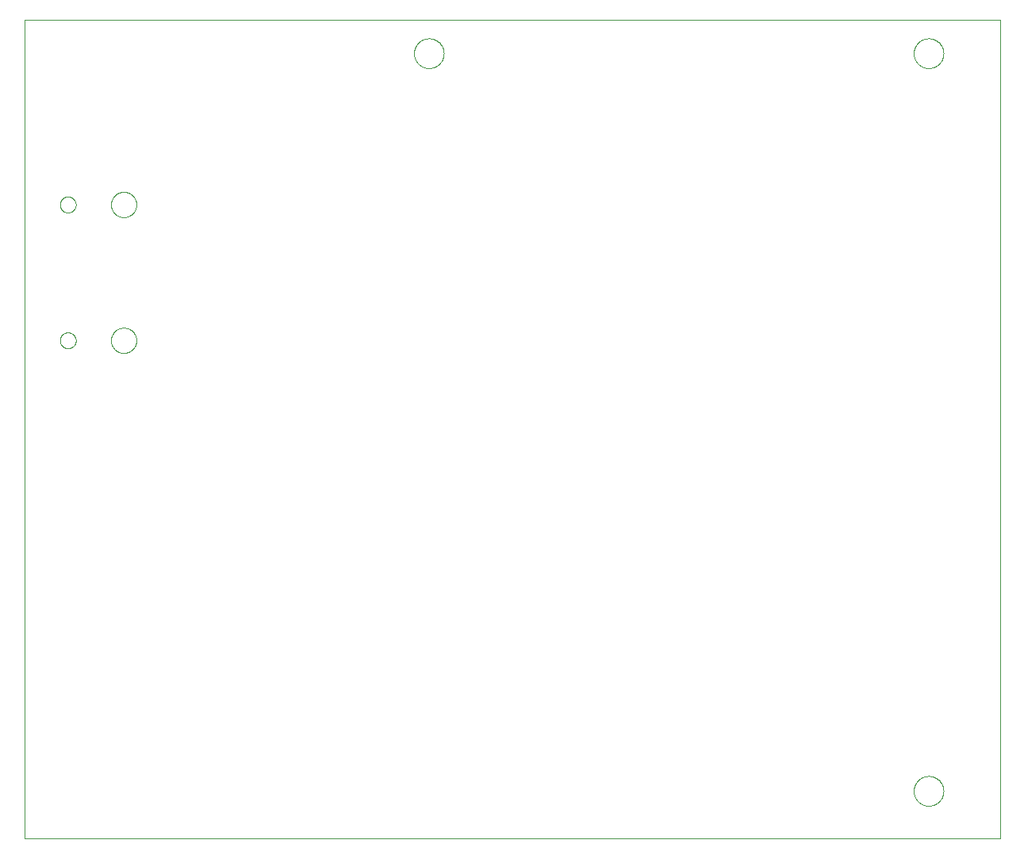
<source format=gko>
G75*
%MOIN*%
%OFA0B0*%
%FSLAX25Y25*%
%IPPOS*%
%LPD*%
%AMOC8*
5,1,8,0,0,1.08239X$1,22.5*
%
%ADD10C,0.00000*%
D10*
X0001500Y0017369D02*
X0001500Y0361369D01*
X0411500Y0361369D01*
X0411500Y0017369D01*
X0001500Y0017369D01*
X0016422Y0226699D02*
X0016424Y0226814D01*
X0016430Y0226930D01*
X0016440Y0227045D01*
X0016454Y0227160D01*
X0016472Y0227274D01*
X0016494Y0227387D01*
X0016519Y0227500D01*
X0016549Y0227611D01*
X0016582Y0227722D01*
X0016619Y0227831D01*
X0016660Y0227939D01*
X0016705Y0228046D01*
X0016753Y0228151D01*
X0016805Y0228254D01*
X0016861Y0228355D01*
X0016920Y0228455D01*
X0016982Y0228552D01*
X0017048Y0228647D01*
X0017116Y0228740D01*
X0017188Y0228830D01*
X0017263Y0228918D01*
X0017342Y0229003D01*
X0017423Y0229085D01*
X0017506Y0229165D01*
X0017593Y0229241D01*
X0017682Y0229315D01*
X0017773Y0229385D01*
X0017867Y0229453D01*
X0017963Y0229517D01*
X0018062Y0229577D01*
X0018162Y0229634D01*
X0018264Y0229688D01*
X0018368Y0229738D01*
X0018474Y0229785D01*
X0018581Y0229828D01*
X0018690Y0229867D01*
X0018800Y0229902D01*
X0018911Y0229933D01*
X0019023Y0229961D01*
X0019136Y0229985D01*
X0019250Y0230005D01*
X0019365Y0230021D01*
X0019480Y0230033D01*
X0019595Y0230041D01*
X0019710Y0230045D01*
X0019826Y0230045D01*
X0019941Y0230041D01*
X0020056Y0230033D01*
X0020171Y0230021D01*
X0020286Y0230005D01*
X0020400Y0229985D01*
X0020513Y0229961D01*
X0020625Y0229933D01*
X0020736Y0229902D01*
X0020846Y0229867D01*
X0020955Y0229828D01*
X0021062Y0229785D01*
X0021168Y0229738D01*
X0021272Y0229688D01*
X0021374Y0229634D01*
X0021474Y0229577D01*
X0021573Y0229517D01*
X0021669Y0229453D01*
X0021763Y0229385D01*
X0021854Y0229315D01*
X0021943Y0229241D01*
X0022030Y0229165D01*
X0022113Y0229085D01*
X0022194Y0229003D01*
X0022273Y0228918D01*
X0022348Y0228830D01*
X0022420Y0228740D01*
X0022488Y0228647D01*
X0022554Y0228552D01*
X0022616Y0228455D01*
X0022675Y0228355D01*
X0022731Y0228254D01*
X0022783Y0228151D01*
X0022831Y0228046D01*
X0022876Y0227939D01*
X0022917Y0227831D01*
X0022954Y0227722D01*
X0022987Y0227611D01*
X0023017Y0227500D01*
X0023042Y0227387D01*
X0023064Y0227274D01*
X0023082Y0227160D01*
X0023096Y0227045D01*
X0023106Y0226930D01*
X0023112Y0226814D01*
X0023114Y0226699D01*
X0023112Y0226584D01*
X0023106Y0226468D01*
X0023096Y0226353D01*
X0023082Y0226238D01*
X0023064Y0226124D01*
X0023042Y0226011D01*
X0023017Y0225898D01*
X0022987Y0225787D01*
X0022954Y0225676D01*
X0022917Y0225567D01*
X0022876Y0225459D01*
X0022831Y0225352D01*
X0022783Y0225247D01*
X0022731Y0225144D01*
X0022675Y0225043D01*
X0022616Y0224943D01*
X0022554Y0224846D01*
X0022488Y0224751D01*
X0022420Y0224658D01*
X0022348Y0224568D01*
X0022273Y0224480D01*
X0022194Y0224395D01*
X0022113Y0224313D01*
X0022030Y0224233D01*
X0021943Y0224157D01*
X0021854Y0224083D01*
X0021763Y0224013D01*
X0021669Y0223945D01*
X0021573Y0223881D01*
X0021474Y0223821D01*
X0021374Y0223764D01*
X0021272Y0223710D01*
X0021168Y0223660D01*
X0021062Y0223613D01*
X0020955Y0223570D01*
X0020846Y0223531D01*
X0020736Y0223496D01*
X0020625Y0223465D01*
X0020513Y0223437D01*
X0020400Y0223413D01*
X0020286Y0223393D01*
X0020171Y0223377D01*
X0020056Y0223365D01*
X0019941Y0223357D01*
X0019826Y0223353D01*
X0019710Y0223353D01*
X0019595Y0223357D01*
X0019480Y0223365D01*
X0019365Y0223377D01*
X0019250Y0223393D01*
X0019136Y0223413D01*
X0019023Y0223437D01*
X0018911Y0223465D01*
X0018800Y0223496D01*
X0018690Y0223531D01*
X0018581Y0223570D01*
X0018474Y0223613D01*
X0018368Y0223660D01*
X0018264Y0223710D01*
X0018162Y0223764D01*
X0018062Y0223821D01*
X0017963Y0223881D01*
X0017867Y0223945D01*
X0017773Y0224013D01*
X0017682Y0224083D01*
X0017593Y0224157D01*
X0017506Y0224233D01*
X0017423Y0224313D01*
X0017342Y0224395D01*
X0017263Y0224480D01*
X0017188Y0224568D01*
X0017116Y0224658D01*
X0017048Y0224751D01*
X0016982Y0224846D01*
X0016920Y0224943D01*
X0016861Y0225043D01*
X0016805Y0225144D01*
X0016753Y0225247D01*
X0016705Y0225352D01*
X0016660Y0225459D01*
X0016619Y0225567D01*
X0016582Y0225676D01*
X0016549Y0225787D01*
X0016519Y0225898D01*
X0016494Y0226011D01*
X0016472Y0226124D01*
X0016454Y0226238D01*
X0016440Y0226353D01*
X0016430Y0226468D01*
X0016424Y0226584D01*
X0016422Y0226699D01*
X0037917Y0226699D02*
X0037919Y0226844D01*
X0037925Y0226989D01*
X0037935Y0227134D01*
X0037949Y0227279D01*
X0037967Y0227423D01*
X0037988Y0227566D01*
X0038014Y0227709D01*
X0038043Y0227851D01*
X0038077Y0227993D01*
X0038114Y0228133D01*
X0038155Y0228272D01*
X0038200Y0228410D01*
X0038249Y0228547D01*
X0038301Y0228683D01*
X0038357Y0228817D01*
X0038417Y0228949D01*
X0038480Y0229080D01*
X0038547Y0229208D01*
X0038617Y0229336D01*
X0038691Y0229461D01*
X0038768Y0229584D01*
X0038848Y0229704D01*
X0038932Y0229823D01*
X0039019Y0229939D01*
X0039109Y0230053D01*
X0039202Y0230165D01*
X0039298Y0230273D01*
X0039398Y0230379D01*
X0039499Y0230483D01*
X0039604Y0230583D01*
X0039712Y0230681D01*
X0039822Y0230776D01*
X0039934Y0230867D01*
X0040049Y0230956D01*
X0040167Y0231041D01*
X0040287Y0231123D01*
X0040409Y0231202D01*
X0040533Y0231278D01*
X0040659Y0231350D01*
X0040787Y0231418D01*
X0040917Y0231483D01*
X0041048Y0231545D01*
X0041181Y0231602D01*
X0041316Y0231657D01*
X0041452Y0231707D01*
X0041590Y0231754D01*
X0041728Y0231797D01*
X0041868Y0231836D01*
X0042009Y0231871D01*
X0042151Y0231903D01*
X0042293Y0231930D01*
X0042436Y0231954D01*
X0042580Y0231974D01*
X0042725Y0231990D01*
X0042869Y0232002D01*
X0043014Y0232010D01*
X0043159Y0232014D01*
X0043305Y0232014D01*
X0043450Y0232010D01*
X0043595Y0232002D01*
X0043739Y0231990D01*
X0043884Y0231974D01*
X0044028Y0231954D01*
X0044171Y0231930D01*
X0044313Y0231903D01*
X0044455Y0231871D01*
X0044596Y0231836D01*
X0044736Y0231797D01*
X0044874Y0231754D01*
X0045012Y0231707D01*
X0045148Y0231657D01*
X0045283Y0231602D01*
X0045416Y0231545D01*
X0045547Y0231483D01*
X0045677Y0231418D01*
X0045805Y0231350D01*
X0045931Y0231278D01*
X0046055Y0231202D01*
X0046177Y0231123D01*
X0046297Y0231041D01*
X0046415Y0230956D01*
X0046530Y0230867D01*
X0046642Y0230776D01*
X0046752Y0230681D01*
X0046860Y0230583D01*
X0046965Y0230483D01*
X0047066Y0230379D01*
X0047166Y0230273D01*
X0047262Y0230165D01*
X0047355Y0230053D01*
X0047445Y0229939D01*
X0047532Y0229823D01*
X0047616Y0229704D01*
X0047696Y0229584D01*
X0047773Y0229461D01*
X0047847Y0229336D01*
X0047917Y0229208D01*
X0047984Y0229080D01*
X0048047Y0228949D01*
X0048107Y0228817D01*
X0048163Y0228683D01*
X0048215Y0228547D01*
X0048264Y0228410D01*
X0048309Y0228272D01*
X0048350Y0228133D01*
X0048387Y0227993D01*
X0048421Y0227851D01*
X0048450Y0227709D01*
X0048476Y0227566D01*
X0048497Y0227423D01*
X0048515Y0227279D01*
X0048529Y0227134D01*
X0048539Y0226989D01*
X0048545Y0226844D01*
X0048547Y0226699D01*
X0048545Y0226554D01*
X0048539Y0226409D01*
X0048529Y0226264D01*
X0048515Y0226119D01*
X0048497Y0225975D01*
X0048476Y0225832D01*
X0048450Y0225689D01*
X0048421Y0225547D01*
X0048387Y0225405D01*
X0048350Y0225265D01*
X0048309Y0225126D01*
X0048264Y0224988D01*
X0048215Y0224851D01*
X0048163Y0224715D01*
X0048107Y0224581D01*
X0048047Y0224449D01*
X0047984Y0224318D01*
X0047917Y0224190D01*
X0047847Y0224062D01*
X0047773Y0223937D01*
X0047696Y0223814D01*
X0047616Y0223694D01*
X0047532Y0223575D01*
X0047445Y0223459D01*
X0047355Y0223345D01*
X0047262Y0223233D01*
X0047166Y0223125D01*
X0047066Y0223019D01*
X0046965Y0222915D01*
X0046860Y0222815D01*
X0046752Y0222717D01*
X0046642Y0222622D01*
X0046530Y0222531D01*
X0046415Y0222442D01*
X0046297Y0222357D01*
X0046177Y0222275D01*
X0046055Y0222196D01*
X0045931Y0222120D01*
X0045805Y0222048D01*
X0045677Y0221980D01*
X0045547Y0221915D01*
X0045416Y0221853D01*
X0045283Y0221796D01*
X0045148Y0221741D01*
X0045012Y0221691D01*
X0044874Y0221644D01*
X0044736Y0221601D01*
X0044596Y0221562D01*
X0044455Y0221527D01*
X0044313Y0221495D01*
X0044171Y0221468D01*
X0044028Y0221444D01*
X0043884Y0221424D01*
X0043739Y0221408D01*
X0043595Y0221396D01*
X0043450Y0221388D01*
X0043305Y0221384D01*
X0043159Y0221384D01*
X0043014Y0221388D01*
X0042869Y0221396D01*
X0042725Y0221408D01*
X0042580Y0221424D01*
X0042436Y0221444D01*
X0042293Y0221468D01*
X0042151Y0221495D01*
X0042009Y0221527D01*
X0041868Y0221562D01*
X0041728Y0221601D01*
X0041590Y0221644D01*
X0041452Y0221691D01*
X0041316Y0221741D01*
X0041181Y0221796D01*
X0041048Y0221853D01*
X0040917Y0221915D01*
X0040787Y0221980D01*
X0040659Y0222048D01*
X0040533Y0222120D01*
X0040409Y0222196D01*
X0040287Y0222275D01*
X0040167Y0222357D01*
X0040049Y0222442D01*
X0039934Y0222531D01*
X0039822Y0222622D01*
X0039712Y0222717D01*
X0039604Y0222815D01*
X0039499Y0222915D01*
X0039398Y0223019D01*
X0039298Y0223125D01*
X0039202Y0223233D01*
X0039109Y0223345D01*
X0039019Y0223459D01*
X0038932Y0223575D01*
X0038848Y0223694D01*
X0038768Y0223814D01*
X0038691Y0223937D01*
X0038617Y0224062D01*
X0038547Y0224190D01*
X0038480Y0224318D01*
X0038417Y0224449D01*
X0038357Y0224581D01*
X0038301Y0224715D01*
X0038249Y0224851D01*
X0038200Y0224988D01*
X0038155Y0225126D01*
X0038114Y0225265D01*
X0038077Y0225405D01*
X0038043Y0225547D01*
X0038014Y0225689D01*
X0037988Y0225832D01*
X0037967Y0225975D01*
X0037949Y0226119D01*
X0037935Y0226264D01*
X0037925Y0226409D01*
X0037919Y0226554D01*
X0037917Y0226699D01*
X0037917Y0283786D02*
X0037919Y0283931D01*
X0037925Y0284076D01*
X0037935Y0284221D01*
X0037949Y0284366D01*
X0037967Y0284510D01*
X0037988Y0284653D01*
X0038014Y0284796D01*
X0038043Y0284938D01*
X0038077Y0285080D01*
X0038114Y0285220D01*
X0038155Y0285359D01*
X0038200Y0285497D01*
X0038249Y0285634D01*
X0038301Y0285770D01*
X0038357Y0285904D01*
X0038417Y0286036D01*
X0038480Y0286167D01*
X0038547Y0286295D01*
X0038617Y0286423D01*
X0038691Y0286548D01*
X0038768Y0286671D01*
X0038848Y0286791D01*
X0038932Y0286910D01*
X0039019Y0287026D01*
X0039109Y0287140D01*
X0039202Y0287252D01*
X0039298Y0287360D01*
X0039398Y0287466D01*
X0039499Y0287570D01*
X0039604Y0287670D01*
X0039712Y0287768D01*
X0039822Y0287863D01*
X0039934Y0287954D01*
X0040049Y0288043D01*
X0040167Y0288128D01*
X0040287Y0288210D01*
X0040409Y0288289D01*
X0040533Y0288365D01*
X0040659Y0288437D01*
X0040787Y0288505D01*
X0040917Y0288570D01*
X0041048Y0288632D01*
X0041181Y0288689D01*
X0041316Y0288744D01*
X0041452Y0288794D01*
X0041590Y0288841D01*
X0041728Y0288884D01*
X0041868Y0288923D01*
X0042009Y0288958D01*
X0042151Y0288990D01*
X0042293Y0289017D01*
X0042436Y0289041D01*
X0042580Y0289061D01*
X0042725Y0289077D01*
X0042869Y0289089D01*
X0043014Y0289097D01*
X0043159Y0289101D01*
X0043305Y0289101D01*
X0043450Y0289097D01*
X0043595Y0289089D01*
X0043739Y0289077D01*
X0043884Y0289061D01*
X0044028Y0289041D01*
X0044171Y0289017D01*
X0044313Y0288990D01*
X0044455Y0288958D01*
X0044596Y0288923D01*
X0044736Y0288884D01*
X0044874Y0288841D01*
X0045012Y0288794D01*
X0045148Y0288744D01*
X0045283Y0288689D01*
X0045416Y0288632D01*
X0045547Y0288570D01*
X0045677Y0288505D01*
X0045805Y0288437D01*
X0045931Y0288365D01*
X0046055Y0288289D01*
X0046177Y0288210D01*
X0046297Y0288128D01*
X0046415Y0288043D01*
X0046530Y0287954D01*
X0046642Y0287863D01*
X0046752Y0287768D01*
X0046860Y0287670D01*
X0046965Y0287570D01*
X0047066Y0287466D01*
X0047166Y0287360D01*
X0047262Y0287252D01*
X0047355Y0287140D01*
X0047445Y0287026D01*
X0047532Y0286910D01*
X0047616Y0286791D01*
X0047696Y0286671D01*
X0047773Y0286548D01*
X0047847Y0286423D01*
X0047917Y0286295D01*
X0047984Y0286167D01*
X0048047Y0286036D01*
X0048107Y0285904D01*
X0048163Y0285770D01*
X0048215Y0285634D01*
X0048264Y0285497D01*
X0048309Y0285359D01*
X0048350Y0285220D01*
X0048387Y0285080D01*
X0048421Y0284938D01*
X0048450Y0284796D01*
X0048476Y0284653D01*
X0048497Y0284510D01*
X0048515Y0284366D01*
X0048529Y0284221D01*
X0048539Y0284076D01*
X0048545Y0283931D01*
X0048547Y0283786D01*
X0048545Y0283641D01*
X0048539Y0283496D01*
X0048529Y0283351D01*
X0048515Y0283206D01*
X0048497Y0283062D01*
X0048476Y0282919D01*
X0048450Y0282776D01*
X0048421Y0282634D01*
X0048387Y0282492D01*
X0048350Y0282352D01*
X0048309Y0282213D01*
X0048264Y0282075D01*
X0048215Y0281938D01*
X0048163Y0281802D01*
X0048107Y0281668D01*
X0048047Y0281536D01*
X0047984Y0281405D01*
X0047917Y0281277D01*
X0047847Y0281149D01*
X0047773Y0281024D01*
X0047696Y0280901D01*
X0047616Y0280781D01*
X0047532Y0280662D01*
X0047445Y0280546D01*
X0047355Y0280432D01*
X0047262Y0280320D01*
X0047166Y0280212D01*
X0047066Y0280106D01*
X0046965Y0280002D01*
X0046860Y0279902D01*
X0046752Y0279804D01*
X0046642Y0279709D01*
X0046530Y0279618D01*
X0046415Y0279529D01*
X0046297Y0279444D01*
X0046177Y0279362D01*
X0046055Y0279283D01*
X0045931Y0279207D01*
X0045805Y0279135D01*
X0045677Y0279067D01*
X0045547Y0279002D01*
X0045416Y0278940D01*
X0045283Y0278883D01*
X0045148Y0278828D01*
X0045012Y0278778D01*
X0044874Y0278731D01*
X0044736Y0278688D01*
X0044596Y0278649D01*
X0044455Y0278614D01*
X0044313Y0278582D01*
X0044171Y0278555D01*
X0044028Y0278531D01*
X0043884Y0278511D01*
X0043739Y0278495D01*
X0043595Y0278483D01*
X0043450Y0278475D01*
X0043305Y0278471D01*
X0043159Y0278471D01*
X0043014Y0278475D01*
X0042869Y0278483D01*
X0042725Y0278495D01*
X0042580Y0278511D01*
X0042436Y0278531D01*
X0042293Y0278555D01*
X0042151Y0278582D01*
X0042009Y0278614D01*
X0041868Y0278649D01*
X0041728Y0278688D01*
X0041590Y0278731D01*
X0041452Y0278778D01*
X0041316Y0278828D01*
X0041181Y0278883D01*
X0041048Y0278940D01*
X0040917Y0279002D01*
X0040787Y0279067D01*
X0040659Y0279135D01*
X0040533Y0279207D01*
X0040409Y0279283D01*
X0040287Y0279362D01*
X0040167Y0279444D01*
X0040049Y0279529D01*
X0039934Y0279618D01*
X0039822Y0279709D01*
X0039712Y0279804D01*
X0039604Y0279902D01*
X0039499Y0280002D01*
X0039398Y0280106D01*
X0039298Y0280212D01*
X0039202Y0280320D01*
X0039109Y0280432D01*
X0039019Y0280546D01*
X0038932Y0280662D01*
X0038848Y0280781D01*
X0038768Y0280901D01*
X0038691Y0281024D01*
X0038617Y0281149D01*
X0038547Y0281277D01*
X0038480Y0281405D01*
X0038417Y0281536D01*
X0038357Y0281668D01*
X0038301Y0281802D01*
X0038249Y0281938D01*
X0038200Y0282075D01*
X0038155Y0282213D01*
X0038114Y0282352D01*
X0038077Y0282492D01*
X0038043Y0282634D01*
X0038014Y0282776D01*
X0037988Y0282919D01*
X0037967Y0283062D01*
X0037949Y0283206D01*
X0037935Y0283351D01*
X0037925Y0283496D01*
X0037919Y0283641D01*
X0037917Y0283786D01*
X0016422Y0283786D02*
X0016424Y0283901D01*
X0016430Y0284017D01*
X0016440Y0284132D01*
X0016454Y0284247D01*
X0016472Y0284361D01*
X0016494Y0284474D01*
X0016519Y0284587D01*
X0016549Y0284698D01*
X0016582Y0284809D01*
X0016619Y0284918D01*
X0016660Y0285026D01*
X0016705Y0285133D01*
X0016753Y0285238D01*
X0016805Y0285341D01*
X0016861Y0285442D01*
X0016920Y0285542D01*
X0016982Y0285639D01*
X0017048Y0285734D01*
X0017116Y0285827D01*
X0017188Y0285917D01*
X0017263Y0286005D01*
X0017342Y0286090D01*
X0017423Y0286172D01*
X0017506Y0286252D01*
X0017593Y0286328D01*
X0017682Y0286402D01*
X0017773Y0286472D01*
X0017867Y0286540D01*
X0017963Y0286604D01*
X0018062Y0286664D01*
X0018162Y0286721D01*
X0018264Y0286775D01*
X0018368Y0286825D01*
X0018474Y0286872D01*
X0018581Y0286915D01*
X0018690Y0286954D01*
X0018800Y0286989D01*
X0018911Y0287020D01*
X0019023Y0287048D01*
X0019136Y0287072D01*
X0019250Y0287092D01*
X0019365Y0287108D01*
X0019480Y0287120D01*
X0019595Y0287128D01*
X0019710Y0287132D01*
X0019826Y0287132D01*
X0019941Y0287128D01*
X0020056Y0287120D01*
X0020171Y0287108D01*
X0020286Y0287092D01*
X0020400Y0287072D01*
X0020513Y0287048D01*
X0020625Y0287020D01*
X0020736Y0286989D01*
X0020846Y0286954D01*
X0020955Y0286915D01*
X0021062Y0286872D01*
X0021168Y0286825D01*
X0021272Y0286775D01*
X0021374Y0286721D01*
X0021474Y0286664D01*
X0021573Y0286604D01*
X0021669Y0286540D01*
X0021763Y0286472D01*
X0021854Y0286402D01*
X0021943Y0286328D01*
X0022030Y0286252D01*
X0022113Y0286172D01*
X0022194Y0286090D01*
X0022273Y0286005D01*
X0022348Y0285917D01*
X0022420Y0285827D01*
X0022488Y0285734D01*
X0022554Y0285639D01*
X0022616Y0285542D01*
X0022675Y0285442D01*
X0022731Y0285341D01*
X0022783Y0285238D01*
X0022831Y0285133D01*
X0022876Y0285026D01*
X0022917Y0284918D01*
X0022954Y0284809D01*
X0022987Y0284698D01*
X0023017Y0284587D01*
X0023042Y0284474D01*
X0023064Y0284361D01*
X0023082Y0284247D01*
X0023096Y0284132D01*
X0023106Y0284017D01*
X0023112Y0283901D01*
X0023114Y0283786D01*
X0023112Y0283671D01*
X0023106Y0283555D01*
X0023096Y0283440D01*
X0023082Y0283325D01*
X0023064Y0283211D01*
X0023042Y0283098D01*
X0023017Y0282985D01*
X0022987Y0282874D01*
X0022954Y0282763D01*
X0022917Y0282654D01*
X0022876Y0282546D01*
X0022831Y0282439D01*
X0022783Y0282334D01*
X0022731Y0282231D01*
X0022675Y0282130D01*
X0022616Y0282030D01*
X0022554Y0281933D01*
X0022488Y0281838D01*
X0022420Y0281745D01*
X0022348Y0281655D01*
X0022273Y0281567D01*
X0022194Y0281482D01*
X0022113Y0281400D01*
X0022030Y0281320D01*
X0021943Y0281244D01*
X0021854Y0281170D01*
X0021763Y0281100D01*
X0021669Y0281032D01*
X0021573Y0280968D01*
X0021474Y0280908D01*
X0021374Y0280851D01*
X0021272Y0280797D01*
X0021168Y0280747D01*
X0021062Y0280700D01*
X0020955Y0280657D01*
X0020846Y0280618D01*
X0020736Y0280583D01*
X0020625Y0280552D01*
X0020513Y0280524D01*
X0020400Y0280500D01*
X0020286Y0280480D01*
X0020171Y0280464D01*
X0020056Y0280452D01*
X0019941Y0280444D01*
X0019826Y0280440D01*
X0019710Y0280440D01*
X0019595Y0280444D01*
X0019480Y0280452D01*
X0019365Y0280464D01*
X0019250Y0280480D01*
X0019136Y0280500D01*
X0019023Y0280524D01*
X0018911Y0280552D01*
X0018800Y0280583D01*
X0018690Y0280618D01*
X0018581Y0280657D01*
X0018474Y0280700D01*
X0018368Y0280747D01*
X0018264Y0280797D01*
X0018162Y0280851D01*
X0018062Y0280908D01*
X0017963Y0280968D01*
X0017867Y0281032D01*
X0017773Y0281100D01*
X0017682Y0281170D01*
X0017593Y0281244D01*
X0017506Y0281320D01*
X0017423Y0281400D01*
X0017342Y0281482D01*
X0017263Y0281567D01*
X0017188Y0281655D01*
X0017116Y0281745D01*
X0017048Y0281838D01*
X0016982Y0281933D01*
X0016920Y0282030D01*
X0016861Y0282130D01*
X0016805Y0282231D01*
X0016753Y0282334D01*
X0016705Y0282439D01*
X0016660Y0282546D01*
X0016619Y0282654D01*
X0016582Y0282763D01*
X0016549Y0282874D01*
X0016519Y0282985D01*
X0016494Y0283098D01*
X0016472Y0283211D01*
X0016454Y0283325D01*
X0016440Y0283440D01*
X0016430Y0283555D01*
X0016424Y0283671D01*
X0016422Y0283786D01*
X0165250Y0347369D02*
X0165252Y0347527D01*
X0165258Y0347684D01*
X0165268Y0347842D01*
X0165282Y0347999D01*
X0165300Y0348155D01*
X0165321Y0348312D01*
X0165347Y0348467D01*
X0165377Y0348622D01*
X0165410Y0348776D01*
X0165448Y0348929D01*
X0165489Y0349082D01*
X0165534Y0349233D01*
X0165583Y0349383D01*
X0165636Y0349531D01*
X0165692Y0349679D01*
X0165753Y0349824D01*
X0165816Y0349969D01*
X0165884Y0350111D01*
X0165955Y0350252D01*
X0166029Y0350391D01*
X0166107Y0350528D01*
X0166189Y0350663D01*
X0166273Y0350796D01*
X0166362Y0350927D01*
X0166453Y0351055D01*
X0166548Y0351182D01*
X0166645Y0351305D01*
X0166746Y0351427D01*
X0166850Y0351545D01*
X0166957Y0351661D01*
X0167067Y0351774D01*
X0167179Y0351885D01*
X0167295Y0351992D01*
X0167413Y0352097D01*
X0167533Y0352199D01*
X0167656Y0352297D01*
X0167782Y0352393D01*
X0167910Y0352485D01*
X0168040Y0352574D01*
X0168172Y0352660D01*
X0168307Y0352742D01*
X0168444Y0352821D01*
X0168582Y0352896D01*
X0168722Y0352968D01*
X0168865Y0353036D01*
X0169008Y0353101D01*
X0169154Y0353162D01*
X0169301Y0353219D01*
X0169449Y0353273D01*
X0169599Y0353323D01*
X0169749Y0353369D01*
X0169901Y0353411D01*
X0170054Y0353450D01*
X0170208Y0353484D01*
X0170363Y0353515D01*
X0170518Y0353541D01*
X0170674Y0353564D01*
X0170831Y0353583D01*
X0170988Y0353598D01*
X0171145Y0353609D01*
X0171303Y0353616D01*
X0171461Y0353619D01*
X0171618Y0353618D01*
X0171776Y0353613D01*
X0171933Y0353604D01*
X0172091Y0353591D01*
X0172247Y0353574D01*
X0172404Y0353553D01*
X0172559Y0353529D01*
X0172714Y0353500D01*
X0172869Y0353467D01*
X0173022Y0353431D01*
X0173175Y0353390D01*
X0173326Y0353346D01*
X0173476Y0353298D01*
X0173625Y0353247D01*
X0173773Y0353191D01*
X0173919Y0353132D01*
X0174064Y0353069D01*
X0174207Y0353002D01*
X0174348Y0352932D01*
X0174487Y0352859D01*
X0174625Y0352782D01*
X0174761Y0352701D01*
X0174894Y0352617D01*
X0175025Y0352530D01*
X0175154Y0352439D01*
X0175281Y0352345D01*
X0175406Y0352248D01*
X0175527Y0352148D01*
X0175647Y0352045D01*
X0175763Y0351939D01*
X0175877Y0351830D01*
X0175989Y0351718D01*
X0176097Y0351604D01*
X0176202Y0351486D01*
X0176305Y0351366D01*
X0176404Y0351244D01*
X0176500Y0351119D01*
X0176593Y0350991D01*
X0176683Y0350862D01*
X0176769Y0350730D01*
X0176853Y0350596D01*
X0176932Y0350460D01*
X0177009Y0350322D01*
X0177081Y0350182D01*
X0177150Y0350040D01*
X0177216Y0349897D01*
X0177278Y0349752D01*
X0177336Y0349605D01*
X0177391Y0349457D01*
X0177442Y0349308D01*
X0177489Y0349157D01*
X0177532Y0349006D01*
X0177571Y0348853D01*
X0177607Y0348699D01*
X0177638Y0348545D01*
X0177666Y0348390D01*
X0177690Y0348234D01*
X0177710Y0348077D01*
X0177726Y0347920D01*
X0177738Y0347763D01*
X0177746Y0347606D01*
X0177750Y0347448D01*
X0177750Y0347290D01*
X0177746Y0347132D01*
X0177738Y0346975D01*
X0177726Y0346818D01*
X0177710Y0346661D01*
X0177690Y0346504D01*
X0177666Y0346348D01*
X0177638Y0346193D01*
X0177607Y0346039D01*
X0177571Y0345885D01*
X0177532Y0345732D01*
X0177489Y0345581D01*
X0177442Y0345430D01*
X0177391Y0345281D01*
X0177336Y0345133D01*
X0177278Y0344986D01*
X0177216Y0344841D01*
X0177150Y0344698D01*
X0177081Y0344556D01*
X0177009Y0344416D01*
X0176932Y0344278D01*
X0176853Y0344142D01*
X0176769Y0344008D01*
X0176683Y0343876D01*
X0176593Y0343747D01*
X0176500Y0343619D01*
X0176404Y0343494D01*
X0176305Y0343372D01*
X0176202Y0343252D01*
X0176097Y0343134D01*
X0175989Y0343020D01*
X0175877Y0342908D01*
X0175763Y0342799D01*
X0175647Y0342693D01*
X0175527Y0342590D01*
X0175406Y0342490D01*
X0175281Y0342393D01*
X0175154Y0342299D01*
X0175025Y0342208D01*
X0174894Y0342121D01*
X0174761Y0342037D01*
X0174625Y0341956D01*
X0174487Y0341879D01*
X0174348Y0341806D01*
X0174207Y0341736D01*
X0174064Y0341669D01*
X0173919Y0341606D01*
X0173773Y0341547D01*
X0173625Y0341491D01*
X0173476Y0341440D01*
X0173326Y0341392D01*
X0173175Y0341348D01*
X0173022Y0341307D01*
X0172869Y0341271D01*
X0172714Y0341238D01*
X0172559Y0341209D01*
X0172404Y0341185D01*
X0172247Y0341164D01*
X0172091Y0341147D01*
X0171933Y0341134D01*
X0171776Y0341125D01*
X0171618Y0341120D01*
X0171461Y0341119D01*
X0171303Y0341122D01*
X0171145Y0341129D01*
X0170988Y0341140D01*
X0170831Y0341155D01*
X0170674Y0341174D01*
X0170518Y0341197D01*
X0170363Y0341223D01*
X0170208Y0341254D01*
X0170054Y0341288D01*
X0169901Y0341327D01*
X0169749Y0341369D01*
X0169599Y0341415D01*
X0169449Y0341465D01*
X0169301Y0341519D01*
X0169154Y0341576D01*
X0169008Y0341637D01*
X0168865Y0341702D01*
X0168722Y0341770D01*
X0168582Y0341842D01*
X0168444Y0341917D01*
X0168307Y0341996D01*
X0168172Y0342078D01*
X0168040Y0342164D01*
X0167910Y0342253D01*
X0167782Y0342345D01*
X0167656Y0342441D01*
X0167533Y0342539D01*
X0167413Y0342641D01*
X0167295Y0342746D01*
X0167179Y0342853D01*
X0167067Y0342964D01*
X0166957Y0343077D01*
X0166850Y0343193D01*
X0166746Y0343311D01*
X0166645Y0343433D01*
X0166548Y0343556D01*
X0166453Y0343683D01*
X0166362Y0343811D01*
X0166273Y0343942D01*
X0166189Y0344075D01*
X0166107Y0344210D01*
X0166029Y0344347D01*
X0165955Y0344486D01*
X0165884Y0344627D01*
X0165816Y0344769D01*
X0165753Y0344914D01*
X0165692Y0345059D01*
X0165636Y0345207D01*
X0165583Y0345355D01*
X0165534Y0345505D01*
X0165489Y0345656D01*
X0165448Y0345809D01*
X0165410Y0345962D01*
X0165377Y0346116D01*
X0165347Y0346271D01*
X0165321Y0346426D01*
X0165300Y0346583D01*
X0165282Y0346739D01*
X0165268Y0346896D01*
X0165258Y0347054D01*
X0165252Y0347211D01*
X0165250Y0347369D01*
X0375250Y0347369D02*
X0375252Y0347527D01*
X0375258Y0347684D01*
X0375268Y0347842D01*
X0375282Y0347999D01*
X0375300Y0348155D01*
X0375321Y0348312D01*
X0375347Y0348467D01*
X0375377Y0348622D01*
X0375410Y0348776D01*
X0375448Y0348929D01*
X0375489Y0349082D01*
X0375534Y0349233D01*
X0375583Y0349383D01*
X0375636Y0349531D01*
X0375692Y0349679D01*
X0375753Y0349824D01*
X0375816Y0349969D01*
X0375884Y0350111D01*
X0375955Y0350252D01*
X0376029Y0350391D01*
X0376107Y0350528D01*
X0376189Y0350663D01*
X0376273Y0350796D01*
X0376362Y0350927D01*
X0376453Y0351055D01*
X0376548Y0351182D01*
X0376645Y0351305D01*
X0376746Y0351427D01*
X0376850Y0351545D01*
X0376957Y0351661D01*
X0377067Y0351774D01*
X0377179Y0351885D01*
X0377295Y0351992D01*
X0377413Y0352097D01*
X0377533Y0352199D01*
X0377656Y0352297D01*
X0377782Y0352393D01*
X0377910Y0352485D01*
X0378040Y0352574D01*
X0378172Y0352660D01*
X0378307Y0352742D01*
X0378444Y0352821D01*
X0378582Y0352896D01*
X0378722Y0352968D01*
X0378865Y0353036D01*
X0379008Y0353101D01*
X0379154Y0353162D01*
X0379301Y0353219D01*
X0379449Y0353273D01*
X0379599Y0353323D01*
X0379749Y0353369D01*
X0379901Y0353411D01*
X0380054Y0353450D01*
X0380208Y0353484D01*
X0380363Y0353515D01*
X0380518Y0353541D01*
X0380674Y0353564D01*
X0380831Y0353583D01*
X0380988Y0353598D01*
X0381145Y0353609D01*
X0381303Y0353616D01*
X0381461Y0353619D01*
X0381618Y0353618D01*
X0381776Y0353613D01*
X0381933Y0353604D01*
X0382091Y0353591D01*
X0382247Y0353574D01*
X0382404Y0353553D01*
X0382559Y0353529D01*
X0382714Y0353500D01*
X0382869Y0353467D01*
X0383022Y0353431D01*
X0383175Y0353390D01*
X0383326Y0353346D01*
X0383476Y0353298D01*
X0383625Y0353247D01*
X0383773Y0353191D01*
X0383919Y0353132D01*
X0384064Y0353069D01*
X0384207Y0353002D01*
X0384348Y0352932D01*
X0384487Y0352859D01*
X0384625Y0352782D01*
X0384761Y0352701D01*
X0384894Y0352617D01*
X0385025Y0352530D01*
X0385154Y0352439D01*
X0385281Y0352345D01*
X0385406Y0352248D01*
X0385527Y0352148D01*
X0385647Y0352045D01*
X0385763Y0351939D01*
X0385877Y0351830D01*
X0385989Y0351718D01*
X0386097Y0351604D01*
X0386202Y0351486D01*
X0386305Y0351366D01*
X0386404Y0351244D01*
X0386500Y0351119D01*
X0386593Y0350991D01*
X0386683Y0350862D01*
X0386769Y0350730D01*
X0386853Y0350596D01*
X0386932Y0350460D01*
X0387009Y0350322D01*
X0387081Y0350182D01*
X0387150Y0350040D01*
X0387216Y0349897D01*
X0387278Y0349752D01*
X0387336Y0349605D01*
X0387391Y0349457D01*
X0387442Y0349308D01*
X0387489Y0349157D01*
X0387532Y0349006D01*
X0387571Y0348853D01*
X0387607Y0348699D01*
X0387638Y0348545D01*
X0387666Y0348390D01*
X0387690Y0348234D01*
X0387710Y0348077D01*
X0387726Y0347920D01*
X0387738Y0347763D01*
X0387746Y0347606D01*
X0387750Y0347448D01*
X0387750Y0347290D01*
X0387746Y0347132D01*
X0387738Y0346975D01*
X0387726Y0346818D01*
X0387710Y0346661D01*
X0387690Y0346504D01*
X0387666Y0346348D01*
X0387638Y0346193D01*
X0387607Y0346039D01*
X0387571Y0345885D01*
X0387532Y0345732D01*
X0387489Y0345581D01*
X0387442Y0345430D01*
X0387391Y0345281D01*
X0387336Y0345133D01*
X0387278Y0344986D01*
X0387216Y0344841D01*
X0387150Y0344698D01*
X0387081Y0344556D01*
X0387009Y0344416D01*
X0386932Y0344278D01*
X0386853Y0344142D01*
X0386769Y0344008D01*
X0386683Y0343876D01*
X0386593Y0343747D01*
X0386500Y0343619D01*
X0386404Y0343494D01*
X0386305Y0343372D01*
X0386202Y0343252D01*
X0386097Y0343134D01*
X0385989Y0343020D01*
X0385877Y0342908D01*
X0385763Y0342799D01*
X0385647Y0342693D01*
X0385527Y0342590D01*
X0385406Y0342490D01*
X0385281Y0342393D01*
X0385154Y0342299D01*
X0385025Y0342208D01*
X0384894Y0342121D01*
X0384761Y0342037D01*
X0384625Y0341956D01*
X0384487Y0341879D01*
X0384348Y0341806D01*
X0384207Y0341736D01*
X0384064Y0341669D01*
X0383919Y0341606D01*
X0383773Y0341547D01*
X0383625Y0341491D01*
X0383476Y0341440D01*
X0383326Y0341392D01*
X0383175Y0341348D01*
X0383022Y0341307D01*
X0382869Y0341271D01*
X0382714Y0341238D01*
X0382559Y0341209D01*
X0382404Y0341185D01*
X0382247Y0341164D01*
X0382091Y0341147D01*
X0381933Y0341134D01*
X0381776Y0341125D01*
X0381618Y0341120D01*
X0381461Y0341119D01*
X0381303Y0341122D01*
X0381145Y0341129D01*
X0380988Y0341140D01*
X0380831Y0341155D01*
X0380674Y0341174D01*
X0380518Y0341197D01*
X0380363Y0341223D01*
X0380208Y0341254D01*
X0380054Y0341288D01*
X0379901Y0341327D01*
X0379749Y0341369D01*
X0379599Y0341415D01*
X0379449Y0341465D01*
X0379301Y0341519D01*
X0379154Y0341576D01*
X0379008Y0341637D01*
X0378865Y0341702D01*
X0378722Y0341770D01*
X0378582Y0341842D01*
X0378444Y0341917D01*
X0378307Y0341996D01*
X0378172Y0342078D01*
X0378040Y0342164D01*
X0377910Y0342253D01*
X0377782Y0342345D01*
X0377656Y0342441D01*
X0377533Y0342539D01*
X0377413Y0342641D01*
X0377295Y0342746D01*
X0377179Y0342853D01*
X0377067Y0342964D01*
X0376957Y0343077D01*
X0376850Y0343193D01*
X0376746Y0343311D01*
X0376645Y0343433D01*
X0376548Y0343556D01*
X0376453Y0343683D01*
X0376362Y0343811D01*
X0376273Y0343942D01*
X0376189Y0344075D01*
X0376107Y0344210D01*
X0376029Y0344347D01*
X0375955Y0344486D01*
X0375884Y0344627D01*
X0375816Y0344769D01*
X0375753Y0344914D01*
X0375692Y0345059D01*
X0375636Y0345207D01*
X0375583Y0345355D01*
X0375534Y0345505D01*
X0375489Y0345656D01*
X0375448Y0345809D01*
X0375410Y0345962D01*
X0375377Y0346116D01*
X0375347Y0346271D01*
X0375321Y0346426D01*
X0375300Y0346583D01*
X0375282Y0346739D01*
X0375268Y0346896D01*
X0375258Y0347054D01*
X0375252Y0347211D01*
X0375250Y0347369D01*
X0375250Y0037369D02*
X0375252Y0037527D01*
X0375258Y0037684D01*
X0375268Y0037842D01*
X0375282Y0037999D01*
X0375300Y0038155D01*
X0375321Y0038312D01*
X0375347Y0038467D01*
X0375377Y0038622D01*
X0375410Y0038776D01*
X0375448Y0038929D01*
X0375489Y0039082D01*
X0375534Y0039233D01*
X0375583Y0039383D01*
X0375636Y0039531D01*
X0375692Y0039679D01*
X0375753Y0039824D01*
X0375816Y0039969D01*
X0375884Y0040111D01*
X0375955Y0040252D01*
X0376029Y0040391D01*
X0376107Y0040528D01*
X0376189Y0040663D01*
X0376273Y0040796D01*
X0376362Y0040927D01*
X0376453Y0041055D01*
X0376548Y0041182D01*
X0376645Y0041305D01*
X0376746Y0041427D01*
X0376850Y0041545D01*
X0376957Y0041661D01*
X0377067Y0041774D01*
X0377179Y0041885D01*
X0377295Y0041992D01*
X0377413Y0042097D01*
X0377533Y0042199D01*
X0377656Y0042297D01*
X0377782Y0042393D01*
X0377910Y0042485D01*
X0378040Y0042574D01*
X0378172Y0042660D01*
X0378307Y0042742D01*
X0378444Y0042821D01*
X0378582Y0042896D01*
X0378722Y0042968D01*
X0378865Y0043036D01*
X0379008Y0043101D01*
X0379154Y0043162D01*
X0379301Y0043219D01*
X0379449Y0043273D01*
X0379599Y0043323D01*
X0379749Y0043369D01*
X0379901Y0043411D01*
X0380054Y0043450D01*
X0380208Y0043484D01*
X0380363Y0043515D01*
X0380518Y0043541D01*
X0380674Y0043564D01*
X0380831Y0043583D01*
X0380988Y0043598D01*
X0381145Y0043609D01*
X0381303Y0043616D01*
X0381461Y0043619D01*
X0381618Y0043618D01*
X0381776Y0043613D01*
X0381933Y0043604D01*
X0382091Y0043591D01*
X0382247Y0043574D01*
X0382404Y0043553D01*
X0382559Y0043529D01*
X0382714Y0043500D01*
X0382869Y0043467D01*
X0383022Y0043431D01*
X0383175Y0043390D01*
X0383326Y0043346D01*
X0383476Y0043298D01*
X0383625Y0043247D01*
X0383773Y0043191D01*
X0383919Y0043132D01*
X0384064Y0043069D01*
X0384207Y0043002D01*
X0384348Y0042932D01*
X0384487Y0042859D01*
X0384625Y0042782D01*
X0384761Y0042701D01*
X0384894Y0042617D01*
X0385025Y0042530D01*
X0385154Y0042439D01*
X0385281Y0042345D01*
X0385406Y0042248D01*
X0385527Y0042148D01*
X0385647Y0042045D01*
X0385763Y0041939D01*
X0385877Y0041830D01*
X0385989Y0041718D01*
X0386097Y0041604D01*
X0386202Y0041486D01*
X0386305Y0041366D01*
X0386404Y0041244D01*
X0386500Y0041119D01*
X0386593Y0040991D01*
X0386683Y0040862D01*
X0386769Y0040730D01*
X0386853Y0040596D01*
X0386932Y0040460D01*
X0387009Y0040322D01*
X0387081Y0040182D01*
X0387150Y0040040D01*
X0387216Y0039897D01*
X0387278Y0039752D01*
X0387336Y0039605D01*
X0387391Y0039457D01*
X0387442Y0039308D01*
X0387489Y0039157D01*
X0387532Y0039006D01*
X0387571Y0038853D01*
X0387607Y0038699D01*
X0387638Y0038545D01*
X0387666Y0038390D01*
X0387690Y0038234D01*
X0387710Y0038077D01*
X0387726Y0037920D01*
X0387738Y0037763D01*
X0387746Y0037606D01*
X0387750Y0037448D01*
X0387750Y0037290D01*
X0387746Y0037132D01*
X0387738Y0036975D01*
X0387726Y0036818D01*
X0387710Y0036661D01*
X0387690Y0036504D01*
X0387666Y0036348D01*
X0387638Y0036193D01*
X0387607Y0036039D01*
X0387571Y0035885D01*
X0387532Y0035732D01*
X0387489Y0035581D01*
X0387442Y0035430D01*
X0387391Y0035281D01*
X0387336Y0035133D01*
X0387278Y0034986D01*
X0387216Y0034841D01*
X0387150Y0034698D01*
X0387081Y0034556D01*
X0387009Y0034416D01*
X0386932Y0034278D01*
X0386853Y0034142D01*
X0386769Y0034008D01*
X0386683Y0033876D01*
X0386593Y0033747D01*
X0386500Y0033619D01*
X0386404Y0033494D01*
X0386305Y0033372D01*
X0386202Y0033252D01*
X0386097Y0033134D01*
X0385989Y0033020D01*
X0385877Y0032908D01*
X0385763Y0032799D01*
X0385647Y0032693D01*
X0385527Y0032590D01*
X0385406Y0032490D01*
X0385281Y0032393D01*
X0385154Y0032299D01*
X0385025Y0032208D01*
X0384894Y0032121D01*
X0384761Y0032037D01*
X0384625Y0031956D01*
X0384487Y0031879D01*
X0384348Y0031806D01*
X0384207Y0031736D01*
X0384064Y0031669D01*
X0383919Y0031606D01*
X0383773Y0031547D01*
X0383625Y0031491D01*
X0383476Y0031440D01*
X0383326Y0031392D01*
X0383175Y0031348D01*
X0383022Y0031307D01*
X0382869Y0031271D01*
X0382714Y0031238D01*
X0382559Y0031209D01*
X0382404Y0031185D01*
X0382247Y0031164D01*
X0382091Y0031147D01*
X0381933Y0031134D01*
X0381776Y0031125D01*
X0381618Y0031120D01*
X0381461Y0031119D01*
X0381303Y0031122D01*
X0381145Y0031129D01*
X0380988Y0031140D01*
X0380831Y0031155D01*
X0380674Y0031174D01*
X0380518Y0031197D01*
X0380363Y0031223D01*
X0380208Y0031254D01*
X0380054Y0031288D01*
X0379901Y0031327D01*
X0379749Y0031369D01*
X0379599Y0031415D01*
X0379449Y0031465D01*
X0379301Y0031519D01*
X0379154Y0031576D01*
X0379008Y0031637D01*
X0378865Y0031702D01*
X0378722Y0031770D01*
X0378582Y0031842D01*
X0378444Y0031917D01*
X0378307Y0031996D01*
X0378172Y0032078D01*
X0378040Y0032164D01*
X0377910Y0032253D01*
X0377782Y0032345D01*
X0377656Y0032441D01*
X0377533Y0032539D01*
X0377413Y0032641D01*
X0377295Y0032746D01*
X0377179Y0032853D01*
X0377067Y0032964D01*
X0376957Y0033077D01*
X0376850Y0033193D01*
X0376746Y0033311D01*
X0376645Y0033433D01*
X0376548Y0033556D01*
X0376453Y0033683D01*
X0376362Y0033811D01*
X0376273Y0033942D01*
X0376189Y0034075D01*
X0376107Y0034210D01*
X0376029Y0034347D01*
X0375955Y0034486D01*
X0375884Y0034627D01*
X0375816Y0034769D01*
X0375753Y0034914D01*
X0375692Y0035059D01*
X0375636Y0035207D01*
X0375583Y0035355D01*
X0375534Y0035505D01*
X0375489Y0035656D01*
X0375448Y0035809D01*
X0375410Y0035962D01*
X0375377Y0036116D01*
X0375347Y0036271D01*
X0375321Y0036426D01*
X0375300Y0036583D01*
X0375282Y0036739D01*
X0375268Y0036896D01*
X0375258Y0037054D01*
X0375252Y0037211D01*
X0375250Y0037369D01*
M02*

</source>
